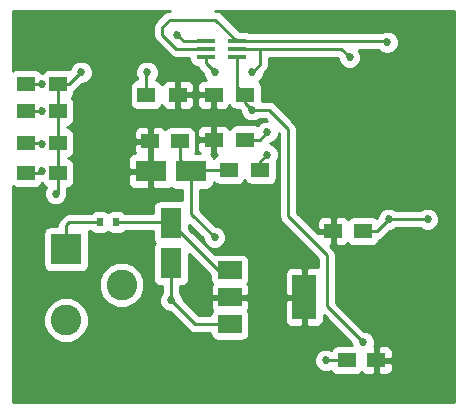
<source format=gbr>
G04 #@! TF.FileFunction,Copper,L2,Bot,Signal*
%FSLAX46Y46*%
G04 Gerber Fmt 4.6, Leading zero omitted, Abs format (unit mm)*
G04 Created by KiCad (PCBNEW 4.0.6+dfsg1-1) date Sun Oct 29 21:06:04 2017*
%MOMM*%
%LPD*%
G01*
G04 APERTURE LIST*
%ADD10C,0.100000*%
%ADD11R,1.500000X1.250000*%
%ADD12R,2.600000X1.800000*%
%ADD13R,1.800000X2.600000*%
%ADD14R,0.600000X0.700000*%
%ADD15R,2.600000X2.600000*%
%ADD16C,2.600000*%
%ADD17R,1.500000X1.300000*%
%ADD18R,1.500000X0.400000*%
%ADD19R,2.000000X3.800000*%
%ADD20R,2.000000X1.500000*%
%ADD21C,0.685800*%
%ADD22C,0.254000*%
G04 APERTURE END LIST*
D10*
D11*
X184511000Y-137414000D03*
X182011000Y-137414000D03*
X180868000Y-126492000D03*
X183368000Y-126492000D03*
D12*
X165432000Y-121412000D03*
X168832000Y-121412000D03*
D11*
X165374000Y-118872000D03*
X167874000Y-118872000D03*
D13*
X167132000Y-125808000D03*
X167132000Y-129208000D03*
D14*
X161098000Y-125730000D03*
X162498000Y-125730000D03*
D15*
X158242000Y-128016000D03*
D16*
X158242000Y-134016000D03*
X162942000Y-131016000D03*
D17*
X165020000Y-114935000D03*
X167720000Y-114935000D03*
X173435000Y-114935000D03*
X170735000Y-114935000D03*
X173435000Y-118745000D03*
X170735000Y-118745000D03*
X154860000Y-118999000D03*
X157560000Y-118999000D03*
X154860000Y-121539000D03*
X157560000Y-121539000D03*
X154860000Y-116332000D03*
X157560000Y-116332000D03*
X154860000Y-114046000D03*
X157560000Y-114046000D03*
X174705000Y-121285000D03*
X172005000Y-121285000D03*
D18*
X172716500Y-110411500D03*
X172716500Y-111061500D03*
X172716500Y-111711500D03*
X170056500Y-111711500D03*
X170056500Y-111061500D03*
X170056500Y-110411500D03*
D19*
X178410000Y-132080000D03*
D20*
X172110000Y-132080000D03*
X172110000Y-129780000D03*
X172110000Y-134380000D03*
D21*
X176784000Y-136779000D03*
X183134000Y-128778000D03*
X159385000Y-123825000D03*
X159512000Y-110744000D03*
X187960000Y-118364000D03*
X180467000Y-135001000D03*
X182626000Y-132842000D03*
X184785000Y-123571000D03*
X157353000Y-123317000D03*
X180213000Y-137414000D03*
X185547000Y-125476000D03*
X188849000Y-125476000D03*
X159512000Y-113030000D03*
X167132000Y-132334000D03*
X170815000Y-127000000D03*
X167640000Y-109855000D03*
X156210000Y-121412000D03*
X156210000Y-119126000D03*
X156210000Y-116332000D03*
X156210000Y-114046000D03*
X185420000Y-110490000D03*
X173990000Y-113030000D03*
X170815000Y-113030000D03*
X182245000Y-111760000D03*
X183388000Y-135890000D03*
X173990000Y-116205000D03*
X165100000Y-113030000D03*
X175260000Y-118110000D03*
X175260000Y-120015000D03*
D22*
X157560000Y-118999000D02*
X157560000Y-116332000D01*
X157560000Y-118999000D02*
X157560000Y-121539000D01*
X157560000Y-121539000D02*
X157560000Y-123110000D01*
X157560000Y-123110000D02*
X157353000Y-123317000D01*
X167874000Y-118872000D02*
X167874000Y-120454000D01*
X167874000Y-120454000D02*
X168832000Y-121412000D01*
X182011000Y-137414000D02*
X180213000Y-137414000D01*
X188849000Y-125476000D02*
X185547000Y-125476000D01*
X184531000Y-126492000D02*
X185547000Y-125476000D01*
X184531000Y-126492000D02*
X183368000Y-126492000D01*
X157560000Y-114046000D02*
X158496000Y-114046000D01*
X158496000Y-114046000D02*
X159512000Y-113030000D01*
X157560000Y-114046000D02*
X157560000Y-116332000D01*
X172110000Y-134380000D02*
X169178000Y-134380000D01*
X167132000Y-132334000D02*
X167132000Y-129208000D01*
X169178000Y-134380000D02*
X167132000Y-132334000D01*
X183368000Y-126492000D02*
X184023000Y-126492000D01*
X168832000Y-121412000D02*
X168832000Y-125017000D01*
X168832000Y-125017000D02*
X170815000Y-127000000D01*
X172005000Y-121285000D02*
X168959000Y-121285000D01*
X168959000Y-121285000D02*
X168832000Y-121412000D01*
X170056500Y-110411500D02*
X168196500Y-110411500D01*
X168196500Y-110411500D02*
X167640000Y-109855000D01*
X172110000Y-129780000D02*
X171104000Y-129780000D01*
X171104000Y-129780000D02*
X167132000Y-125808000D01*
X162498000Y-125730000D02*
X167054000Y-125730000D01*
X167054000Y-125730000D02*
X167132000Y-125808000D01*
X158242000Y-128016000D02*
X158242000Y-125984000D01*
X158496000Y-125730000D02*
X161098000Y-125730000D01*
X158242000Y-125984000D02*
X158496000Y-125730000D01*
X156083000Y-121539000D02*
X154860000Y-121539000D01*
X156210000Y-121412000D02*
X156083000Y-121539000D01*
X156083000Y-118999000D02*
X154860000Y-118999000D01*
X156210000Y-119126000D02*
X156083000Y-118999000D01*
X156210000Y-116332000D02*
X154860000Y-116332000D01*
X156210000Y-114046000D02*
X154860000Y-114046000D01*
X170056500Y-111061500D02*
X167576500Y-111061500D01*
X170890000Y-108585000D02*
X172716500Y-110411500D01*
X167005000Y-108585000D02*
X170890000Y-108585000D01*
X166370000Y-109220000D02*
X167005000Y-108585000D01*
X166370000Y-109855000D02*
X166370000Y-109220000D01*
X167576500Y-111061500D02*
X166370000Y-109855000D01*
X185420000Y-110490000D02*
X185341500Y-110411500D01*
X185341500Y-110411500D02*
X172716500Y-110411500D01*
X170056500Y-111711500D02*
X170056500Y-112271500D01*
X174625000Y-112395000D02*
X174625000Y-111061500D01*
X173990000Y-113030000D02*
X174625000Y-112395000D01*
X170056500Y-112271500D02*
X170815000Y-113030000D01*
X181546500Y-111061500D02*
X172716500Y-111061500D01*
X182245000Y-111760000D02*
X181546500Y-111061500D01*
X174625000Y-111061500D02*
X174625000Y-111125000D01*
X174625000Y-111125000D02*
X174625000Y-111061500D01*
X174625000Y-111061500D02*
X172716500Y-111061500D01*
X175387000Y-116205000D02*
X173990000Y-116205000D01*
X177038000Y-117856000D02*
X175387000Y-116205000D01*
X177038000Y-125222000D02*
X177038000Y-117856000D01*
X180340000Y-128524000D02*
X177038000Y-125222000D01*
X180340000Y-132842000D02*
X180340000Y-128524000D01*
X183388000Y-135890000D02*
X180340000Y-132842000D01*
X173435000Y-115650000D02*
X173435000Y-114935000D01*
X173990000Y-116205000D02*
X173435000Y-115650000D01*
X172716500Y-111711500D02*
X172716500Y-114216500D01*
X172716500Y-114216500D02*
X173435000Y-114935000D01*
X165020000Y-113110000D02*
X165020000Y-114935000D01*
X165100000Y-113030000D02*
X165020000Y-113110000D01*
X174625000Y-118745000D02*
X173435000Y-118745000D01*
X175260000Y-118110000D02*
X174625000Y-118745000D01*
X174705000Y-121285000D02*
X174705000Y-120570000D01*
X174705000Y-120570000D02*
X175260000Y-120015000D01*
G36*
X166713395Y-107881004D02*
X166614377Y-107947166D01*
X166466185Y-108046184D01*
X165831185Y-108681185D01*
X165666004Y-108928395D01*
X165608000Y-109220000D01*
X165608000Y-109855000D01*
X165666004Y-110146605D01*
X165766052Y-110296337D01*
X165831185Y-110393815D01*
X167037685Y-111600316D01*
X167132719Y-111663815D01*
X167284895Y-111765496D01*
X167576500Y-111823500D01*
X168659060Y-111823500D01*
X168659060Y-111911500D01*
X168703338Y-112146817D01*
X168842410Y-112362941D01*
X169054610Y-112507931D01*
X169306500Y-112558940D01*
X169351676Y-112558940D01*
X169352504Y-112563105D01*
X169506007Y-112792838D01*
X169517685Y-112810315D01*
X169837013Y-113129643D01*
X169836931Y-113223663D01*
X169985493Y-113583212D01*
X170052165Y-113650000D01*
X169858691Y-113650000D01*
X169625302Y-113746673D01*
X169446673Y-113925301D01*
X169350000Y-114158690D01*
X169350000Y-114649250D01*
X169508750Y-114808000D01*
X170608000Y-114808000D01*
X170608000Y-114788000D01*
X170862000Y-114788000D01*
X170862000Y-114808000D01*
X170882000Y-114808000D01*
X170882000Y-115062000D01*
X170862000Y-115062000D01*
X170862000Y-116061250D01*
X171020750Y-116220000D01*
X171611309Y-116220000D01*
X171844698Y-116123327D01*
X172023327Y-115944699D01*
X172079654Y-115808713D01*
X172081838Y-115820317D01*
X172220910Y-116036441D01*
X172433110Y-116181431D01*
X172685000Y-116232440D01*
X172939810Y-116232440D01*
X173012013Y-116304643D01*
X173011931Y-116398663D01*
X173160493Y-116758212D01*
X173435341Y-117033540D01*
X173794630Y-117182730D01*
X174183663Y-117183069D01*
X174543212Y-117034507D01*
X174610837Y-116967000D01*
X175071370Y-116967000D01*
X175236449Y-117132079D01*
X175066337Y-117131931D01*
X174706788Y-117280493D01*
X174467429Y-117519435D01*
X174436890Y-117498569D01*
X174185000Y-117447560D01*
X172685000Y-117447560D01*
X172449683Y-117491838D01*
X172233559Y-117630910D01*
X172088569Y-117843110D01*
X172081809Y-117876490D01*
X172023327Y-117735301D01*
X171844698Y-117556673D01*
X171611309Y-117460000D01*
X171020750Y-117460000D01*
X170862000Y-117618750D01*
X170862000Y-118618000D01*
X170882000Y-118618000D01*
X170882000Y-118872000D01*
X170862000Y-118872000D01*
X170862000Y-119871250D01*
X171020750Y-120030000D01*
X171029451Y-120030000D01*
X171019683Y-120031838D01*
X170803559Y-120170910D01*
X170733283Y-120273763D01*
X170596090Y-120060559D01*
X170490701Y-119988549D01*
X170608000Y-119871250D01*
X170608000Y-118872000D01*
X169508750Y-118872000D01*
X169350000Y-119030750D01*
X169350000Y-119521310D01*
X169446673Y-119754699D01*
X169556535Y-119864560D01*
X169141397Y-119864560D01*
X169220431Y-119748890D01*
X169271440Y-119497000D01*
X169271440Y-118247000D01*
X169227162Y-118011683D01*
X169199497Y-117968690D01*
X169350000Y-117968690D01*
X169350000Y-118459250D01*
X169508750Y-118618000D01*
X170608000Y-118618000D01*
X170608000Y-117618750D01*
X170449250Y-117460000D01*
X169858691Y-117460000D01*
X169625302Y-117556673D01*
X169446673Y-117735301D01*
X169350000Y-117968690D01*
X169199497Y-117968690D01*
X169088090Y-117795559D01*
X168875890Y-117650569D01*
X168624000Y-117599560D01*
X167124000Y-117599560D01*
X166888683Y-117643838D01*
X166672559Y-117782910D01*
X166626031Y-117851006D01*
X166483698Y-117708673D01*
X166250309Y-117612000D01*
X165659750Y-117612000D01*
X165501000Y-117770750D01*
X165501000Y-118745000D01*
X165521000Y-118745000D01*
X165521000Y-118999000D01*
X165501000Y-118999000D01*
X165501000Y-119973250D01*
X165561250Y-120033500D01*
X165559000Y-120035750D01*
X165559000Y-121285000D01*
X165579000Y-121285000D01*
X165579000Y-121539000D01*
X165559000Y-121539000D01*
X165559000Y-122788250D01*
X165717750Y-122947000D01*
X166858309Y-122947000D01*
X167091698Y-122850327D01*
X167133660Y-122808366D01*
X167280110Y-122908431D01*
X167532000Y-122959440D01*
X168070000Y-122959440D01*
X168070000Y-123868255D01*
X168032000Y-123860560D01*
X166232000Y-123860560D01*
X165996683Y-123904838D01*
X165780559Y-124043910D01*
X165635569Y-124256110D01*
X165584560Y-124508000D01*
X165584560Y-124968000D01*
X163287470Y-124968000D01*
X163262090Y-124928559D01*
X163049890Y-124783569D01*
X162798000Y-124732560D01*
X162198000Y-124732560D01*
X161962683Y-124776838D01*
X161796523Y-124883759D01*
X161649890Y-124783569D01*
X161398000Y-124732560D01*
X160798000Y-124732560D01*
X160562683Y-124776838D01*
X160346559Y-124915910D01*
X160310967Y-124968000D01*
X158496000Y-124968000D01*
X158204395Y-125026004D01*
X157957184Y-125191185D01*
X157703185Y-125445185D01*
X157538004Y-125692395D01*
X157480000Y-125984000D01*
X157480000Y-126068560D01*
X156942000Y-126068560D01*
X156706683Y-126112838D01*
X156490559Y-126251910D01*
X156345569Y-126464110D01*
X156294560Y-126716000D01*
X156294560Y-129316000D01*
X156338838Y-129551317D01*
X156477910Y-129767441D01*
X156690110Y-129912431D01*
X156942000Y-129963440D01*
X159542000Y-129963440D01*
X159777317Y-129919162D01*
X159993441Y-129780090D01*
X160138431Y-129567890D01*
X160189440Y-129316000D01*
X160189440Y-126716000D01*
X160147291Y-126492000D01*
X160308530Y-126492000D01*
X160333910Y-126531441D01*
X160546110Y-126676431D01*
X160798000Y-126727440D01*
X161398000Y-126727440D01*
X161633317Y-126683162D01*
X161799477Y-126576241D01*
X161946110Y-126676431D01*
X162198000Y-126727440D01*
X162798000Y-126727440D01*
X163033317Y-126683162D01*
X163249441Y-126544090D01*
X163285033Y-126492000D01*
X165584560Y-126492000D01*
X165584560Y-127108000D01*
X165628838Y-127343317D01*
X165735759Y-127509477D01*
X165635569Y-127656110D01*
X165584560Y-127908000D01*
X165584560Y-130508000D01*
X165628838Y-130743317D01*
X165767910Y-130959441D01*
X165980110Y-131104431D01*
X166232000Y-131155440D01*
X166370000Y-131155440D01*
X166370000Y-131712917D01*
X166303460Y-131779341D01*
X166154270Y-132138630D01*
X166153931Y-132527663D01*
X166302493Y-132887212D01*
X166577341Y-133162540D01*
X166936630Y-133311730D01*
X167032183Y-133311813D01*
X168639185Y-134918815D01*
X168886395Y-135083996D01*
X169178000Y-135142000D01*
X170464818Y-135142000D01*
X170506838Y-135365317D01*
X170645910Y-135581441D01*
X170858110Y-135726431D01*
X171110000Y-135777440D01*
X173110000Y-135777440D01*
X173345317Y-135733162D01*
X173561441Y-135594090D01*
X173706431Y-135381890D01*
X173757440Y-135130000D01*
X173757440Y-133630000D01*
X173713162Y-133394683D01*
X173607518Y-133230508D01*
X173648327Y-133189699D01*
X173745000Y-132956310D01*
X173745000Y-132365750D01*
X176775000Y-132365750D01*
X176775000Y-134106310D01*
X176871673Y-134339699D01*
X177050302Y-134518327D01*
X177283691Y-134615000D01*
X178124250Y-134615000D01*
X178283000Y-134456250D01*
X178283000Y-132207000D01*
X176933750Y-132207000D01*
X176775000Y-132365750D01*
X173745000Y-132365750D01*
X173586250Y-132207000D01*
X172237000Y-132207000D01*
X172237000Y-132227000D01*
X171983000Y-132227000D01*
X171983000Y-132207000D01*
X170633750Y-132207000D01*
X170475000Y-132365750D01*
X170475000Y-132956310D01*
X170571673Y-133189699D01*
X170613634Y-133231660D01*
X170513569Y-133378110D01*
X170464990Y-133618000D01*
X169493630Y-133618000D01*
X168109987Y-132234357D01*
X168110069Y-132140337D01*
X167961507Y-131780788D01*
X167894000Y-131713163D01*
X167894000Y-131155440D01*
X168032000Y-131155440D01*
X168267317Y-131111162D01*
X168483441Y-130972090D01*
X168628431Y-130759890D01*
X168679440Y-130508000D01*
X168679440Y-128433071D01*
X170462560Y-130216191D01*
X170462560Y-130530000D01*
X170506838Y-130765317D01*
X170612482Y-130929492D01*
X170571673Y-130970301D01*
X170475000Y-131203690D01*
X170475000Y-131794250D01*
X170633750Y-131953000D01*
X171983000Y-131953000D01*
X171983000Y-131933000D01*
X172237000Y-131933000D01*
X172237000Y-131953000D01*
X173586250Y-131953000D01*
X173745000Y-131794250D01*
X173745000Y-131203690D01*
X173648327Y-130970301D01*
X173606366Y-130928340D01*
X173706431Y-130781890D01*
X173757440Y-130530000D01*
X173757440Y-130053690D01*
X176775000Y-130053690D01*
X176775000Y-131794250D01*
X176933750Y-131953000D01*
X178283000Y-131953000D01*
X178283000Y-129703750D01*
X178124250Y-129545000D01*
X177283691Y-129545000D01*
X177050302Y-129641673D01*
X176871673Y-129820301D01*
X176775000Y-130053690D01*
X173757440Y-130053690D01*
X173757440Y-129030000D01*
X173713162Y-128794683D01*
X173574090Y-128578559D01*
X173361890Y-128433569D01*
X173110000Y-128382560D01*
X171110000Y-128382560D01*
X170874683Y-128426838D01*
X170846563Y-128444933D01*
X168679440Y-126277810D01*
X168679440Y-125942070D01*
X169837013Y-127099644D01*
X169836931Y-127193663D01*
X169985493Y-127553212D01*
X170260341Y-127828540D01*
X170619630Y-127977730D01*
X171008663Y-127978069D01*
X171368212Y-127829507D01*
X171643540Y-127554659D01*
X171792730Y-127195370D01*
X171793069Y-126806337D01*
X171644507Y-126446788D01*
X171369659Y-126171460D01*
X171010370Y-126022270D01*
X170914818Y-126022187D01*
X169594000Y-124701370D01*
X169594000Y-122959440D01*
X170132000Y-122959440D01*
X170367317Y-122915162D01*
X170583441Y-122776090D01*
X170728431Y-122563890D01*
X170770719Y-122355064D01*
X170790910Y-122386441D01*
X171003110Y-122531431D01*
X171255000Y-122582440D01*
X172755000Y-122582440D01*
X172990317Y-122538162D01*
X173206441Y-122399090D01*
X173351431Y-122186890D01*
X173354081Y-122173803D01*
X173490910Y-122386441D01*
X173703110Y-122531431D01*
X173955000Y-122582440D01*
X175455000Y-122582440D01*
X175690317Y-122538162D01*
X175906441Y-122399090D01*
X176051431Y-122186890D01*
X176102440Y-121935000D01*
X176102440Y-120635000D01*
X176089645Y-120566999D01*
X176237730Y-120210370D01*
X176238069Y-119821337D01*
X176089507Y-119461788D01*
X175814659Y-119186460D01*
X175515838Y-119062379D01*
X175813212Y-118939507D01*
X176088540Y-118664659D01*
X176237730Y-118305370D01*
X176237880Y-118133511D01*
X176276000Y-118171631D01*
X176276000Y-125222000D01*
X176334004Y-125513605D01*
X176438279Y-125669663D01*
X176499185Y-125760815D01*
X179578000Y-128839630D01*
X179578000Y-129562269D01*
X179536309Y-129545000D01*
X178695750Y-129545000D01*
X178537000Y-129703750D01*
X178537000Y-131953000D01*
X178557000Y-131953000D01*
X178557000Y-132207000D01*
X178537000Y-132207000D01*
X178537000Y-134456250D01*
X178695750Y-134615000D01*
X179536309Y-134615000D01*
X179769698Y-134518327D01*
X179948327Y-134339699D01*
X180045000Y-134106310D01*
X180045000Y-133624630D01*
X182410013Y-135989643D01*
X182409931Y-136083663D01*
X182433853Y-136141560D01*
X181261000Y-136141560D01*
X181025683Y-136185838D01*
X180809559Y-136324910D01*
X180664569Y-136537110D01*
X180663534Y-136542223D01*
X180408370Y-136436270D01*
X180019337Y-136435931D01*
X179659788Y-136584493D01*
X179384460Y-136859341D01*
X179235270Y-137218630D01*
X179234931Y-137607663D01*
X179383493Y-137967212D01*
X179658341Y-138242540D01*
X180017630Y-138391730D01*
X180406663Y-138392069D01*
X180664939Y-138285352D01*
X180796910Y-138490441D01*
X181009110Y-138635431D01*
X181261000Y-138686440D01*
X182761000Y-138686440D01*
X182996317Y-138642162D01*
X183212441Y-138503090D01*
X183258969Y-138434994D01*
X183401302Y-138577327D01*
X183634691Y-138674000D01*
X184225250Y-138674000D01*
X184384000Y-138515250D01*
X184384000Y-137541000D01*
X184638000Y-137541000D01*
X184638000Y-138515250D01*
X184796750Y-138674000D01*
X185387309Y-138674000D01*
X185620698Y-138577327D01*
X185799327Y-138398699D01*
X185896000Y-138165310D01*
X185896000Y-137699750D01*
X185737250Y-137541000D01*
X184638000Y-137541000D01*
X184384000Y-137541000D01*
X184364000Y-137541000D01*
X184364000Y-137287000D01*
X184384000Y-137287000D01*
X184384000Y-136312750D01*
X184638000Y-136312750D01*
X184638000Y-137287000D01*
X185737250Y-137287000D01*
X185896000Y-137128250D01*
X185896000Y-136662690D01*
X185799327Y-136429301D01*
X185620698Y-136250673D01*
X185387309Y-136154000D01*
X184796750Y-136154000D01*
X184638000Y-136312750D01*
X184384000Y-136312750D01*
X184304376Y-136233126D01*
X184365730Y-136085370D01*
X184366069Y-135696337D01*
X184217507Y-135336788D01*
X183942659Y-135061460D01*
X183583370Y-134912270D01*
X183487817Y-134912187D01*
X181102000Y-132526370D01*
X181102000Y-128524000D01*
X181043996Y-128232395D01*
X180878815Y-127985185D01*
X180613940Y-127720310D01*
X180741000Y-127593250D01*
X180741000Y-126619000D01*
X179641750Y-126619000D01*
X179577190Y-126683560D01*
X178634320Y-125740690D01*
X179483000Y-125740690D01*
X179483000Y-126206250D01*
X179641750Y-126365000D01*
X180741000Y-126365000D01*
X180741000Y-125390750D01*
X180995000Y-125390750D01*
X180995000Y-126365000D01*
X181015000Y-126365000D01*
X181015000Y-126619000D01*
X180995000Y-126619000D01*
X180995000Y-127593250D01*
X181153750Y-127752000D01*
X181744309Y-127752000D01*
X181977698Y-127655327D01*
X182118936Y-127514090D01*
X182153910Y-127568441D01*
X182366110Y-127713431D01*
X182618000Y-127764440D01*
X184118000Y-127764440D01*
X184353317Y-127720162D01*
X184569441Y-127581090D01*
X184714431Y-127368890D01*
X184746372Y-127211160D01*
X184822605Y-127195996D01*
X185069815Y-127030815D01*
X185646643Y-126453987D01*
X185740663Y-126454069D01*
X186100212Y-126305507D01*
X186167837Y-126238000D01*
X188227917Y-126238000D01*
X188294341Y-126304540D01*
X188653630Y-126453730D01*
X189042663Y-126454069D01*
X189402212Y-126305507D01*
X189677540Y-126030659D01*
X189826730Y-125671370D01*
X189827069Y-125282337D01*
X189678507Y-124922788D01*
X189403659Y-124647460D01*
X189044370Y-124498270D01*
X188655337Y-124497931D01*
X188295788Y-124646493D01*
X188228163Y-124714000D01*
X186168083Y-124714000D01*
X186101659Y-124647460D01*
X185742370Y-124498270D01*
X185353337Y-124497931D01*
X184993788Y-124646493D01*
X184718460Y-124921341D01*
X184569270Y-125280630D01*
X184569187Y-125376183D01*
X184551032Y-125394338D01*
X184369890Y-125270569D01*
X184118000Y-125219560D01*
X182618000Y-125219560D01*
X182382683Y-125263838D01*
X182166559Y-125402910D01*
X182120031Y-125471006D01*
X181977698Y-125328673D01*
X181744309Y-125232000D01*
X181153750Y-125232000D01*
X180995000Y-125390750D01*
X180741000Y-125390750D01*
X180582250Y-125232000D01*
X179991691Y-125232000D01*
X179758302Y-125328673D01*
X179579673Y-125507301D01*
X179483000Y-125740690D01*
X178634320Y-125740690D01*
X177800000Y-124906370D01*
X177800000Y-117856000D01*
X177787978Y-117795559D01*
X177741997Y-117564396D01*
X177576816Y-117317185D01*
X175925815Y-115666185D01*
X175902103Y-115650341D01*
X175678605Y-115501004D01*
X175387000Y-115443000D01*
X174832440Y-115443000D01*
X174832440Y-114285000D01*
X174788162Y-114049683D01*
X174649090Y-113833559D01*
X174601666Y-113801155D01*
X174818540Y-113584659D01*
X174967730Y-113225370D01*
X174967813Y-113129817D01*
X175163816Y-112933815D01*
X175294390Y-112738396D01*
X175328996Y-112686605D01*
X175387000Y-112395000D01*
X175387000Y-111823500D01*
X181230870Y-111823500D01*
X181267013Y-111859643D01*
X181266931Y-111953663D01*
X181415493Y-112313212D01*
X181690341Y-112588540D01*
X182049630Y-112737730D01*
X182438663Y-112738069D01*
X182798212Y-112589507D01*
X183073540Y-112314659D01*
X183222730Y-111955370D01*
X183223069Y-111566337D01*
X183074507Y-111206788D01*
X183041277Y-111173500D01*
X184720554Y-111173500D01*
X184865341Y-111318540D01*
X185224630Y-111467730D01*
X185613663Y-111468069D01*
X185973212Y-111319507D01*
X186248540Y-111044659D01*
X186397730Y-110685370D01*
X186398069Y-110296337D01*
X186249507Y-109936788D01*
X185974659Y-109661460D01*
X185615370Y-109512270D01*
X185226337Y-109511931D01*
X184893393Y-109649500D01*
X173768781Y-109649500D01*
X173718390Y-109615069D01*
X173466500Y-109564060D01*
X172946690Y-109564060D01*
X171428814Y-108046184D01*
X171181605Y-107881004D01*
X170890000Y-107823000D01*
X191085000Y-107823000D01*
X191085000Y-140920000D01*
X153720000Y-140920000D01*
X153720000Y-134399207D01*
X156306665Y-134399207D01*
X156600630Y-135110658D01*
X157144479Y-135655457D01*
X157855416Y-135950663D01*
X158625207Y-135951335D01*
X159336658Y-135657370D01*
X159881457Y-135113521D01*
X160176663Y-134402584D01*
X160177335Y-133632793D01*
X159883370Y-132921342D01*
X159339521Y-132376543D01*
X158628584Y-132081337D01*
X157858793Y-132080665D01*
X157147342Y-132374630D01*
X156602543Y-132918479D01*
X156307337Y-133629416D01*
X156306665Y-134399207D01*
X153720000Y-134399207D01*
X153720000Y-131399207D01*
X161006665Y-131399207D01*
X161300630Y-132110658D01*
X161844479Y-132655457D01*
X162555416Y-132950663D01*
X163325207Y-132951335D01*
X164036658Y-132657370D01*
X164581457Y-132113521D01*
X164876663Y-131402584D01*
X164877335Y-130632793D01*
X164583370Y-129921342D01*
X164039521Y-129376543D01*
X163328584Y-129081337D01*
X162558793Y-129080665D01*
X161847342Y-129374630D01*
X161302543Y-129918479D01*
X161007337Y-130629416D01*
X161006665Y-131399207D01*
X153720000Y-131399207D01*
X153720000Y-122691065D01*
X153858110Y-122785431D01*
X154110000Y-122836440D01*
X155610000Y-122836440D01*
X155845317Y-122792162D01*
X156061441Y-122653090D01*
X156206431Y-122440890D01*
X156209081Y-122427803D01*
X156345910Y-122640441D01*
X156524428Y-122762417D01*
X156375270Y-123121630D01*
X156374931Y-123510663D01*
X156523493Y-123870212D01*
X156798341Y-124145540D01*
X157157630Y-124294730D01*
X157546663Y-124295069D01*
X157906212Y-124146507D01*
X158181540Y-123871659D01*
X158330730Y-123512370D01*
X158331069Y-123123337D01*
X158322000Y-123101388D01*
X158322000Y-122834182D01*
X158545317Y-122792162D01*
X158761441Y-122653090D01*
X158906431Y-122440890D01*
X158957440Y-122189000D01*
X158957440Y-121697750D01*
X163497000Y-121697750D01*
X163497000Y-122438310D01*
X163593673Y-122671699D01*
X163772302Y-122850327D01*
X164005691Y-122947000D01*
X165146250Y-122947000D01*
X165305000Y-122788250D01*
X165305000Y-121539000D01*
X163655750Y-121539000D01*
X163497000Y-121697750D01*
X158957440Y-121697750D01*
X158957440Y-120889000D01*
X158913162Y-120653683D01*
X158774090Y-120437559D01*
X158698178Y-120385690D01*
X163497000Y-120385690D01*
X163497000Y-121126250D01*
X163655750Y-121285000D01*
X165305000Y-121285000D01*
X165305000Y-120035750D01*
X165244750Y-119975500D01*
X165247000Y-119973250D01*
X165247000Y-118999000D01*
X164147750Y-118999000D01*
X163989000Y-119157750D01*
X163989000Y-119623310D01*
X164085673Y-119856699D01*
X164105974Y-119877000D01*
X164005691Y-119877000D01*
X163772302Y-119973673D01*
X163593673Y-120152301D01*
X163497000Y-120385690D01*
X158698178Y-120385690D01*
X158561890Y-120292569D01*
X158450477Y-120270007D01*
X158545317Y-120252162D01*
X158761441Y-120113090D01*
X158906431Y-119900890D01*
X158957440Y-119649000D01*
X158957440Y-118349000D01*
X158914481Y-118120690D01*
X163989000Y-118120690D01*
X163989000Y-118586250D01*
X164147750Y-118745000D01*
X165247000Y-118745000D01*
X165247000Y-117770750D01*
X165088250Y-117612000D01*
X164497691Y-117612000D01*
X164264302Y-117708673D01*
X164085673Y-117887301D01*
X163989000Y-118120690D01*
X158914481Y-118120690D01*
X158913162Y-118113683D01*
X158774090Y-117897559D01*
X158561890Y-117752569D01*
X158322000Y-117703990D01*
X158322000Y-117627182D01*
X158545317Y-117585162D01*
X158761441Y-117446090D01*
X158906431Y-117233890D01*
X158957440Y-116982000D01*
X158957440Y-115682000D01*
X158913162Y-115446683D01*
X158774090Y-115230559D01*
X158714841Y-115190076D01*
X158761441Y-115160090D01*
X158906431Y-114947890D01*
X158957440Y-114696000D01*
X158957440Y-114636515D01*
X159034815Y-114584815D01*
X159334630Y-114285000D01*
X163622560Y-114285000D01*
X163622560Y-115585000D01*
X163666838Y-115820317D01*
X163805910Y-116036441D01*
X164018110Y-116181431D01*
X164270000Y-116232440D01*
X165770000Y-116232440D01*
X166005317Y-116188162D01*
X166221441Y-116049090D01*
X166366431Y-115836890D01*
X166373191Y-115803510D01*
X166431673Y-115944699D01*
X166610302Y-116123327D01*
X166843691Y-116220000D01*
X167434250Y-116220000D01*
X167593000Y-116061250D01*
X167593000Y-115062000D01*
X167847000Y-115062000D01*
X167847000Y-116061250D01*
X168005750Y-116220000D01*
X168596309Y-116220000D01*
X168829698Y-116123327D01*
X169008327Y-115944699D01*
X169105000Y-115711310D01*
X169105000Y-115220750D01*
X169350000Y-115220750D01*
X169350000Y-115711310D01*
X169446673Y-115944699D01*
X169625302Y-116123327D01*
X169858691Y-116220000D01*
X170449250Y-116220000D01*
X170608000Y-116061250D01*
X170608000Y-115062000D01*
X169508750Y-115062000D01*
X169350000Y-115220750D01*
X169105000Y-115220750D01*
X168946250Y-115062000D01*
X167847000Y-115062000D01*
X167593000Y-115062000D01*
X167573000Y-115062000D01*
X167573000Y-114808000D01*
X167593000Y-114808000D01*
X167593000Y-113808750D01*
X167847000Y-113808750D01*
X167847000Y-114808000D01*
X168946250Y-114808000D01*
X169105000Y-114649250D01*
X169105000Y-114158690D01*
X169008327Y-113925301D01*
X168829698Y-113746673D01*
X168596309Y-113650000D01*
X168005750Y-113650000D01*
X167847000Y-113808750D01*
X167593000Y-113808750D01*
X167434250Y-113650000D01*
X166843691Y-113650000D01*
X166610302Y-113746673D01*
X166431673Y-113925301D01*
X166375346Y-114061287D01*
X166373162Y-114049683D01*
X166234090Y-113833559D01*
X166021890Y-113688569D01*
X165857746Y-113655329D01*
X165928540Y-113584659D01*
X166077730Y-113225370D01*
X166078069Y-112836337D01*
X165929507Y-112476788D01*
X165654659Y-112201460D01*
X165295370Y-112052270D01*
X164906337Y-112051931D01*
X164546788Y-112200493D01*
X164271460Y-112475341D01*
X164122270Y-112834630D01*
X164121931Y-113223663D01*
X164258000Y-113552977D01*
X164258000Y-113639818D01*
X164034683Y-113681838D01*
X163818559Y-113820910D01*
X163673569Y-114033110D01*
X163622560Y-114285000D01*
X159334630Y-114285000D01*
X159611643Y-114007987D01*
X159705663Y-114008069D01*
X160065212Y-113859507D01*
X160340540Y-113584659D01*
X160489730Y-113225370D01*
X160490069Y-112836337D01*
X160341507Y-112476788D01*
X160066659Y-112201460D01*
X159707370Y-112052270D01*
X159318337Y-112051931D01*
X158958788Y-112200493D01*
X158683460Y-112475341D01*
X158549842Y-112797129D01*
X158310000Y-112748560D01*
X156810000Y-112748560D01*
X156574683Y-112792838D01*
X156358559Y-112931910D01*
X156265472Y-113068148D01*
X156153555Y-113068051D01*
X156074090Y-112944559D01*
X155861890Y-112799569D01*
X155610000Y-112748560D01*
X154110000Y-112748560D01*
X153874683Y-112792838D01*
X153720000Y-112892374D01*
X153720000Y-107823000D01*
X167005000Y-107823000D01*
X166713395Y-107881004D01*
X166713395Y-107881004D01*
G37*
X166713395Y-107881004D02*
X166614377Y-107947166D01*
X166466185Y-108046184D01*
X165831185Y-108681185D01*
X165666004Y-108928395D01*
X165608000Y-109220000D01*
X165608000Y-109855000D01*
X165666004Y-110146605D01*
X165766052Y-110296337D01*
X165831185Y-110393815D01*
X167037685Y-111600316D01*
X167132719Y-111663815D01*
X167284895Y-111765496D01*
X167576500Y-111823500D01*
X168659060Y-111823500D01*
X168659060Y-111911500D01*
X168703338Y-112146817D01*
X168842410Y-112362941D01*
X169054610Y-112507931D01*
X169306500Y-112558940D01*
X169351676Y-112558940D01*
X169352504Y-112563105D01*
X169506007Y-112792838D01*
X169517685Y-112810315D01*
X169837013Y-113129643D01*
X169836931Y-113223663D01*
X169985493Y-113583212D01*
X170052165Y-113650000D01*
X169858691Y-113650000D01*
X169625302Y-113746673D01*
X169446673Y-113925301D01*
X169350000Y-114158690D01*
X169350000Y-114649250D01*
X169508750Y-114808000D01*
X170608000Y-114808000D01*
X170608000Y-114788000D01*
X170862000Y-114788000D01*
X170862000Y-114808000D01*
X170882000Y-114808000D01*
X170882000Y-115062000D01*
X170862000Y-115062000D01*
X170862000Y-116061250D01*
X171020750Y-116220000D01*
X171611309Y-116220000D01*
X171844698Y-116123327D01*
X172023327Y-115944699D01*
X172079654Y-115808713D01*
X172081838Y-115820317D01*
X172220910Y-116036441D01*
X172433110Y-116181431D01*
X172685000Y-116232440D01*
X172939810Y-116232440D01*
X173012013Y-116304643D01*
X173011931Y-116398663D01*
X173160493Y-116758212D01*
X173435341Y-117033540D01*
X173794630Y-117182730D01*
X174183663Y-117183069D01*
X174543212Y-117034507D01*
X174610837Y-116967000D01*
X175071370Y-116967000D01*
X175236449Y-117132079D01*
X175066337Y-117131931D01*
X174706788Y-117280493D01*
X174467429Y-117519435D01*
X174436890Y-117498569D01*
X174185000Y-117447560D01*
X172685000Y-117447560D01*
X172449683Y-117491838D01*
X172233559Y-117630910D01*
X172088569Y-117843110D01*
X172081809Y-117876490D01*
X172023327Y-117735301D01*
X171844698Y-117556673D01*
X171611309Y-117460000D01*
X171020750Y-117460000D01*
X170862000Y-117618750D01*
X170862000Y-118618000D01*
X170882000Y-118618000D01*
X170882000Y-118872000D01*
X170862000Y-118872000D01*
X170862000Y-119871250D01*
X171020750Y-120030000D01*
X171029451Y-120030000D01*
X171019683Y-120031838D01*
X170803559Y-120170910D01*
X170733283Y-120273763D01*
X170596090Y-120060559D01*
X170490701Y-119988549D01*
X170608000Y-119871250D01*
X170608000Y-118872000D01*
X169508750Y-118872000D01*
X169350000Y-119030750D01*
X169350000Y-119521310D01*
X169446673Y-119754699D01*
X169556535Y-119864560D01*
X169141397Y-119864560D01*
X169220431Y-119748890D01*
X169271440Y-119497000D01*
X169271440Y-118247000D01*
X169227162Y-118011683D01*
X169199497Y-117968690D01*
X169350000Y-117968690D01*
X169350000Y-118459250D01*
X169508750Y-118618000D01*
X170608000Y-118618000D01*
X170608000Y-117618750D01*
X170449250Y-117460000D01*
X169858691Y-117460000D01*
X169625302Y-117556673D01*
X169446673Y-117735301D01*
X169350000Y-117968690D01*
X169199497Y-117968690D01*
X169088090Y-117795559D01*
X168875890Y-117650569D01*
X168624000Y-117599560D01*
X167124000Y-117599560D01*
X166888683Y-117643838D01*
X166672559Y-117782910D01*
X166626031Y-117851006D01*
X166483698Y-117708673D01*
X166250309Y-117612000D01*
X165659750Y-117612000D01*
X165501000Y-117770750D01*
X165501000Y-118745000D01*
X165521000Y-118745000D01*
X165521000Y-118999000D01*
X165501000Y-118999000D01*
X165501000Y-119973250D01*
X165561250Y-120033500D01*
X165559000Y-120035750D01*
X165559000Y-121285000D01*
X165579000Y-121285000D01*
X165579000Y-121539000D01*
X165559000Y-121539000D01*
X165559000Y-122788250D01*
X165717750Y-122947000D01*
X166858309Y-122947000D01*
X167091698Y-122850327D01*
X167133660Y-122808366D01*
X167280110Y-122908431D01*
X167532000Y-122959440D01*
X168070000Y-122959440D01*
X168070000Y-123868255D01*
X168032000Y-123860560D01*
X166232000Y-123860560D01*
X165996683Y-123904838D01*
X165780559Y-124043910D01*
X165635569Y-124256110D01*
X165584560Y-124508000D01*
X165584560Y-124968000D01*
X163287470Y-124968000D01*
X163262090Y-124928559D01*
X163049890Y-124783569D01*
X162798000Y-124732560D01*
X162198000Y-124732560D01*
X161962683Y-124776838D01*
X161796523Y-124883759D01*
X161649890Y-124783569D01*
X161398000Y-124732560D01*
X160798000Y-124732560D01*
X160562683Y-124776838D01*
X160346559Y-124915910D01*
X160310967Y-124968000D01*
X158496000Y-124968000D01*
X158204395Y-125026004D01*
X157957184Y-125191185D01*
X157703185Y-125445185D01*
X157538004Y-125692395D01*
X157480000Y-125984000D01*
X157480000Y-126068560D01*
X156942000Y-126068560D01*
X156706683Y-126112838D01*
X156490559Y-126251910D01*
X156345569Y-126464110D01*
X156294560Y-126716000D01*
X156294560Y-129316000D01*
X156338838Y-129551317D01*
X156477910Y-129767441D01*
X156690110Y-129912431D01*
X156942000Y-129963440D01*
X159542000Y-129963440D01*
X159777317Y-129919162D01*
X159993441Y-129780090D01*
X160138431Y-129567890D01*
X160189440Y-129316000D01*
X160189440Y-126716000D01*
X160147291Y-126492000D01*
X160308530Y-126492000D01*
X160333910Y-126531441D01*
X160546110Y-126676431D01*
X160798000Y-126727440D01*
X161398000Y-126727440D01*
X161633317Y-126683162D01*
X161799477Y-126576241D01*
X161946110Y-126676431D01*
X162198000Y-126727440D01*
X162798000Y-126727440D01*
X163033317Y-126683162D01*
X163249441Y-126544090D01*
X163285033Y-126492000D01*
X165584560Y-126492000D01*
X165584560Y-127108000D01*
X165628838Y-127343317D01*
X165735759Y-127509477D01*
X165635569Y-127656110D01*
X165584560Y-127908000D01*
X165584560Y-130508000D01*
X165628838Y-130743317D01*
X165767910Y-130959441D01*
X165980110Y-131104431D01*
X166232000Y-131155440D01*
X166370000Y-131155440D01*
X166370000Y-131712917D01*
X166303460Y-131779341D01*
X166154270Y-132138630D01*
X166153931Y-132527663D01*
X166302493Y-132887212D01*
X166577341Y-133162540D01*
X166936630Y-133311730D01*
X167032183Y-133311813D01*
X168639185Y-134918815D01*
X168886395Y-135083996D01*
X169178000Y-135142000D01*
X170464818Y-135142000D01*
X170506838Y-135365317D01*
X170645910Y-135581441D01*
X170858110Y-135726431D01*
X171110000Y-135777440D01*
X173110000Y-135777440D01*
X173345317Y-135733162D01*
X173561441Y-135594090D01*
X173706431Y-135381890D01*
X173757440Y-135130000D01*
X173757440Y-133630000D01*
X173713162Y-133394683D01*
X173607518Y-133230508D01*
X173648327Y-133189699D01*
X173745000Y-132956310D01*
X173745000Y-132365750D01*
X176775000Y-132365750D01*
X176775000Y-134106310D01*
X176871673Y-134339699D01*
X177050302Y-134518327D01*
X177283691Y-134615000D01*
X178124250Y-134615000D01*
X178283000Y-134456250D01*
X178283000Y-132207000D01*
X176933750Y-132207000D01*
X176775000Y-132365750D01*
X173745000Y-132365750D01*
X173586250Y-132207000D01*
X172237000Y-132207000D01*
X172237000Y-132227000D01*
X171983000Y-132227000D01*
X171983000Y-132207000D01*
X170633750Y-132207000D01*
X170475000Y-132365750D01*
X170475000Y-132956310D01*
X170571673Y-133189699D01*
X170613634Y-133231660D01*
X170513569Y-133378110D01*
X170464990Y-133618000D01*
X169493630Y-133618000D01*
X168109987Y-132234357D01*
X168110069Y-132140337D01*
X167961507Y-131780788D01*
X167894000Y-131713163D01*
X167894000Y-131155440D01*
X168032000Y-131155440D01*
X168267317Y-131111162D01*
X168483441Y-130972090D01*
X168628431Y-130759890D01*
X168679440Y-130508000D01*
X168679440Y-128433071D01*
X170462560Y-130216191D01*
X170462560Y-130530000D01*
X170506838Y-130765317D01*
X170612482Y-130929492D01*
X170571673Y-130970301D01*
X170475000Y-131203690D01*
X170475000Y-131794250D01*
X170633750Y-131953000D01*
X171983000Y-131953000D01*
X171983000Y-131933000D01*
X172237000Y-131933000D01*
X172237000Y-131953000D01*
X173586250Y-131953000D01*
X173745000Y-131794250D01*
X173745000Y-131203690D01*
X173648327Y-130970301D01*
X173606366Y-130928340D01*
X173706431Y-130781890D01*
X173757440Y-130530000D01*
X173757440Y-130053690D01*
X176775000Y-130053690D01*
X176775000Y-131794250D01*
X176933750Y-131953000D01*
X178283000Y-131953000D01*
X178283000Y-129703750D01*
X178124250Y-129545000D01*
X177283691Y-129545000D01*
X177050302Y-129641673D01*
X176871673Y-129820301D01*
X176775000Y-130053690D01*
X173757440Y-130053690D01*
X173757440Y-129030000D01*
X173713162Y-128794683D01*
X173574090Y-128578559D01*
X173361890Y-128433569D01*
X173110000Y-128382560D01*
X171110000Y-128382560D01*
X170874683Y-128426838D01*
X170846563Y-128444933D01*
X168679440Y-126277810D01*
X168679440Y-125942070D01*
X169837013Y-127099644D01*
X169836931Y-127193663D01*
X169985493Y-127553212D01*
X170260341Y-127828540D01*
X170619630Y-127977730D01*
X171008663Y-127978069D01*
X171368212Y-127829507D01*
X171643540Y-127554659D01*
X171792730Y-127195370D01*
X171793069Y-126806337D01*
X171644507Y-126446788D01*
X171369659Y-126171460D01*
X171010370Y-126022270D01*
X170914818Y-126022187D01*
X169594000Y-124701370D01*
X169594000Y-122959440D01*
X170132000Y-122959440D01*
X170367317Y-122915162D01*
X170583441Y-122776090D01*
X170728431Y-122563890D01*
X170770719Y-122355064D01*
X170790910Y-122386441D01*
X171003110Y-122531431D01*
X171255000Y-122582440D01*
X172755000Y-122582440D01*
X172990317Y-122538162D01*
X173206441Y-122399090D01*
X173351431Y-122186890D01*
X173354081Y-122173803D01*
X173490910Y-122386441D01*
X173703110Y-122531431D01*
X173955000Y-122582440D01*
X175455000Y-122582440D01*
X175690317Y-122538162D01*
X175906441Y-122399090D01*
X176051431Y-122186890D01*
X176102440Y-121935000D01*
X176102440Y-120635000D01*
X176089645Y-120566999D01*
X176237730Y-120210370D01*
X176238069Y-119821337D01*
X176089507Y-119461788D01*
X175814659Y-119186460D01*
X175515838Y-119062379D01*
X175813212Y-118939507D01*
X176088540Y-118664659D01*
X176237730Y-118305370D01*
X176237880Y-118133511D01*
X176276000Y-118171631D01*
X176276000Y-125222000D01*
X176334004Y-125513605D01*
X176438279Y-125669663D01*
X176499185Y-125760815D01*
X179578000Y-128839630D01*
X179578000Y-129562269D01*
X179536309Y-129545000D01*
X178695750Y-129545000D01*
X178537000Y-129703750D01*
X178537000Y-131953000D01*
X178557000Y-131953000D01*
X178557000Y-132207000D01*
X178537000Y-132207000D01*
X178537000Y-134456250D01*
X178695750Y-134615000D01*
X179536309Y-134615000D01*
X179769698Y-134518327D01*
X179948327Y-134339699D01*
X180045000Y-134106310D01*
X180045000Y-133624630D01*
X182410013Y-135989643D01*
X182409931Y-136083663D01*
X182433853Y-136141560D01*
X181261000Y-136141560D01*
X181025683Y-136185838D01*
X180809559Y-136324910D01*
X180664569Y-136537110D01*
X180663534Y-136542223D01*
X180408370Y-136436270D01*
X180019337Y-136435931D01*
X179659788Y-136584493D01*
X179384460Y-136859341D01*
X179235270Y-137218630D01*
X179234931Y-137607663D01*
X179383493Y-137967212D01*
X179658341Y-138242540D01*
X180017630Y-138391730D01*
X180406663Y-138392069D01*
X180664939Y-138285352D01*
X180796910Y-138490441D01*
X181009110Y-138635431D01*
X181261000Y-138686440D01*
X182761000Y-138686440D01*
X182996317Y-138642162D01*
X183212441Y-138503090D01*
X183258969Y-138434994D01*
X183401302Y-138577327D01*
X183634691Y-138674000D01*
X184225250Y-138674000D01*
X184384000Y-138515250D01*
X184384000Y-137541000D01*
X184638000Y-137541000D01*
X184638000Y-138515250D01*
X184796750Y-138674000D01*
X185387309Y-138674000D01*
X185620698Y-138577327D01*
X185799327Y-138398699D01*
X185896000Y-138165310D01*
X185896000Y-137699750D01*
X185737250Y-137541000D01*
X184638000Y-137541000D01*
X184384000Y-137541000D01*
X184364000Y-137541000D01*
X184364000Y-137287000D01*
X184384000Y-137287000D01*
X184384000Y-136312750D01*
X184638000Y-136312750D01*
X184638000Y-137287000D01*
X185737250Y-137287000D01*
X185896000Y-137128250D01*
X185896000Y-136662690D01*
X185799327Y-136429301D01*
X185620698Y-136250673D01*
X185387309Y-136154000D01*
X184796750Y-136154000D01*
X184638000Y-136312750D01*
X184384000Y-136312750D01*
X184304376Y-136233126D01*
X184365730Y-136085370D01*
X184366069Y-135696337D01*
X184217507Y-135336788D01*
X183942659Y-135061460D01*
X183583370Y-134912270D01*
X183487817Y-134912187D01*
X181102000Y-132526370D01*
X181102000Y-128524000D01*
X181043996Y-128232395D01*
X180878815Y-127985185D01*
X180613940Y-127720310D01*
X180741000Y-127593250D01*
X180741000Y-126619000D01*
X179641750Y-126619000D01*
X179577190Y-126683560D01*
X178634320Y-125740690D01*
X179483000Y-125740690D01*
X179483000Y-126206250D01*
X179641750Y-126365000D01*
X180741000Y-126365000D01*
X180741000Y-125390750D01*
X180995000Y-125390750D01*
X180995000Y-126365000D01*
X181015000Y-126365000D01*
X181015000Y-126619000D01*
X180995000Y-126619000D01*
X180995000Y-127593250D01*
X181153750Y-127752000D01*
X181744309Y-127752000D01*
X181977698Y-127655327D01*
X182118936Y-127514090D01*
X182153910Y-127568441D01*
X182366110Y-127713431D01*
X182618000Y-127764440D01*
X184118000Y-127764440D01*
X184353317Y-127720162D01*
X184569441Y-127581090D01*
X184714431Y-127368890D01*
X184746372Y-127211160D01*
X184822605Y-127195996D01*
X185069815Y-127030815D01*
X185646643Y-126453987D01*
X185740663Y-126454069D01*
X186100212Y-126305507D01*
X186167837Y-126238000D01*
X188227917Y-126238000D01*
X188294341Y-126304540D01*
X188653630Y-126453730D01*
X189042663Y-126454069D01*
X189402212Y-126305507D01*
X189677540Y-126030659D01*
X189826730Y-125671370D01*
X189827069Y-125282337D01*
X189678507Y-124922788D01*
X189403659Y-124647460D01*
X189044370Y-124498270D01*
X188655337Y-124497931D01*
X188295788Y-124646493D01*
X188228163Y-124714000D01*
X186168083Y-124714000D01*
X186101659Y-124647460D01*
X185742370Y-124498270D01*
X185353337Y-124497931D01*
X184993788Y-124646493D01*
X184718460Y-124921341D01*
X184569270Y-125280630D01*
X184569187Y-125376183D01*
X184551032Y-125394338D01*
X184369890Y-125270569D01*
X184118000Y-125219560D01*
X182618000Y-125219560D01*
X182382683Y-125263838D01*
X182166559Y-125402910D01*
X182120031Y-125471006D01*
X181977698Y-125328673D01*
X181744309Y-125232000D01*
X181153750Y-125232000D01*
X180995000Y-125390750D01*
X180741000Y-125390750D01*
X180582250Y-125232000D01*
X179991691Y-125232000D01*
X179758302Y-125328673D01*
X179579673Y-125507301D01*
X179483000Y-125740690D01*
X178634320Y-125740690D01*
X177800000Y-124906370D01*
X177800000Y-117856000D01*
X177787978Y-117795559D01*
X177741997Y-117564396D01*
X177576816Y-117317185D01*
X175925815Y-115666185D01*
X175902103Y-115650341D01*
X175678605Y-115501004D01*
X175387000Y-115443000D01*
X174832440Y-115443000D01*
X174832440Y-114285000D01*
X174788162Y-114049683D01*
X174649090Y-113833559D01*
X174601666Y-113801155D01*
X174818540Y-113584659D01*
X174967730Y-113225370D01*
X174967813Y-113129817D01*
X175163816Y-112933815D01*
X175294390Y-112738396D01*
X175328996Y-112686605D01*
X175387000Y-112395000D01*
X175387000Y-111823500D01*
X181230870Y-111823500D01*
X181267013Y-111859643D01*
X181266931Y-111953663D01*
X181415493Y-112313212D01*
X181690341Y-112588540D01*
X182049630Y-112737730D01*
X182438663Y-112738069D01*
X182798212Y-112589507D01*
X183073540Y-112314659D01*
X183222730Y-111955370D01*
X183223069Y-111566337D01*
X183074507Y-111206788D01*
X183041277Y-111173500D01*
X184720554Y-111173500D01*
X184865341Y-111318540D01*
X185224630Y-111467730D01*
X185613663Y-111468069D01*
X185973212Y-111319507D01*
X186248540Y-111044659D01*
X186397730Y-110685370D01*
X186398069Y-110296337D01*
X186249507Y-109936788D01*
X185974659Y-109661460D01*
X185615370Y-109512270D01*
X185226337Y-109511931D01*
X184893393Y-109649500D01*
X173768781Y-109649500D01*
X173718390Y-109615069D01*
X173466500Y-109564060D01*
X172946690Y-109564060D01*
X171428814Y-108046184D01*
X171181605Y-107881004D01*
X170890000Y-107823000D01*
X191085000Y-107823000D01*
X191085000Y-140920000D01*
X153720000Y-140920000D01*
X153720000Y-134399207D01*
X156306665Y-134399207D01*
X156600630Y-135110658D01*
X157144479Y-135655457D01*
X157855416Y-135950663D01*
X158625207Y-135951335D01*
X159336658Y-135657370D01*
X159881457Y-135113521D01*
X160176663Y-134402584D01*
X160177335Y-133632793D01*
X159883370Y-132921342D01*
X159339521Y-132376543D01*
X158628584Y-132081337D01*
X157858793Y-132080665D01*
X157147342Y-132374630D01*
X156602543Y-132918479D01*
X156307337Y-133629416D01*
X156306665Y-134399207D01*
X153720000Y-134399207D01*
X153720000Y-131399207D01*
X161006665Y-131399207D01*
X161300630Y-132110658D01*
X161844479Y-132655457D01*
X162555416Y-132950663D01*
X163325207Y-132951335D01*
X164036658Y-132657370D01*
X164581457Y-132113521D01*
X164876663Y-131402584D01*
X164877335Y-130632793D01*
X164583370Y-129921342D01*
X164039521Y-129376543D01*
X163328584Y-129081337D01*
X162558793Y-129080665D01*
X161847342Y-129374630D01*
X161302543Y-129918479D01*
X161007337Y-130629416D01*
X161006665Y-131399207D01*
X153720000Y-131399207D01*
X153720000Y-122691065D01*
X153858110Y-122785431D01*
X154110000Y-122836440D01*
X155610000Y-122836440D01*
X155845317Y-122792162D01*
X156061441Y-122653090D01*
X156206431Y-122440890D01*
X156209081Y-122427803D01*
X156345910Y-122640441D01*
X156524428Y-122762417D01*
X156375270Y-123121630D01*
X156374931Y-123510663D01*
X156523493Y-123870212D01*
X156798341Y-124145540D01*
X157157630Y-124294730D01*
X157546663Y-124295069D01*
X157906212Y-124146507D01*
X158181540Y-123871659D01*
X158330730Y-123512370D01*
X158331069Y-123123337D01*
X158322000Y-123101388D01*
X158322000Y-122834182D01*
X158545317Y-122792162D01*
X158761441Y-122653090D01*
X158906431Y-122440890D01*
X158957440Y-122189000D01*
X158957440Y-121697750D01*
X163497000Y-121697750D01*
X163497000Y-122438310D01*
X163593673Y-122671699D01*
X163772302Y-122850327D01*
X164005691Y-122947000D01*
X165146250Y-122947000D01*
X165305000Y-122788250D01*
X165305000Y-121539000D01*
X163655750Y-121539000D01*
X163497000Y-121697750D01*
X158957440Y-121697750D01*
X158957440Y-120889000D01*
X158913162Y-120653683D01*
X158774090Y-120437559D01*
X158698178Y-120385690D01*
X163497000Y-120385690D01*
X163497000Y-121126250D01*
X163655750Y-121285000D01*
X165305000Y-121285000D01*
X165305000Y-120035750D01*
X165244750Y-119975500D01*
X165247000Y-119973250D01*
X165247000Y-118999000D01*
X164147750Y-118999000D01*
X163989000Y-119157750D01*
X163989000Y-119623310D01*
X164085673Y-119856699D01*
X164105974Y-119877000D01*
X164005691Y-119877000D01*
X163772302Y-119973673D01*
X163593673Y-120152301D01*
X163497000Y-120385690D01*
X158698178Y-120385690D01*
X158561890Y-120292569D01*
X158450477Y-120270007D01*
X158545317Y-120252162D01*
X158761441Y-120113090D01*
X158906431Y-119900890D01*
X158957440Y-119649000D01*
X158957440Y-118349000D01*
X158914481Y-118120690D01*
X163989000Y-118120690D01*
X163989000Y-118586250D01*
X164147750Y-118745000D01*
X165247000Y-118745000D01*
X165247000Y-117770750D01*
X165088250Y-117612000D01*
X164497691Y-117612000D01*
X164264302Y-117708673D01*
X164085673Y-117887301D01*
X163989000Y-118120690D01*
X158914481Y-118120690D01*
X158913162Y-118113683D01*
X158774090Y-117897559D01*
X158561890Y-117752569D01*
X158322000Y-117703990D01*
X158322000Y-117627182D01*
X158545317Y-117585162D01*
X158761441Y-117446090D01*
X158906431Y-117233890D01*
X158957440Y-116982000D01*
X158957440Y-115682000D01*
X158913162Y-115446683D01*
X158774090Y-115230559D01*
X158714841Y-115190076D01*
X158761441Y-115160090D01*
X158906431Y-114947890D01*
X158957440Y-114696000D01*
X158957440Y-114636515D01*
X159034815Y-114584815D01*
X159334630Y-114285000D01*
X163622560Y-114285000D01*
X163622560Y-115585000D01*
X163666838Y-115820317D01*
X163805910Y-116036441D01*
X164018110Y-116181431D01*
X164270000Y-116232440D01*
X165770000Y-116232440D01*
X166005317Y-116188162D01*
X166221441Y-116049090D01*
X166366431Y-115836890D01*
X166373191Y-115803510D01*
X166431673Y-115944699D01*
X166610302Y-116123327D01*
X166843691Y-116220000D01*
X167434250Y-116220000D01*
X167593000Y-116061250D01*
X167593000Y-115062000D01*
X167847000Y-115062000D01*
X167847000Y-116061250D01*
X168005750Y-116220000D01*
X168596309Y-116220000D01*
X168829698Y-116123327D01*
X169008327Y-115944699D01*
X169105000Y-115711310D01*
X169105000Y-115220750D01*
X169350000Y-115220750D01*
X169350000Y-115711310D01*
X169446673Y-115944699D01*
X169625302Y-116123327D01*
X169858691Y-116220000D01*
X170449250Y-116220000D01*
X170608000Y-116061250D01*
X170608000Y-115062000D01*
X169508750Y-115062000D01*
X169350000Y-115220750D01*
X169105000Y-115220750D01*
X168946250Y-115062000D01*
X167847000Y-115062000D01*
X167593000Y-115062000D01*
X167573000Y-115062000D01*
X167573000Y-114808000D01*
X167593000Y-114808000D01*
X167593000Y-113808750D01*
X167847000Y-113808750D01*
X167847000Y-114808000D01*
X168946250Y-114808000D01*
X169105000Y-114649250D01*
X169105000Y-114158690D01*
X169008327Y-113925301D01*
X168829698Y-113746673D01*
X168596309Y-113650000D01*
X168005750Y-113650000D01*
X167847000Y-113808750D01*
X167593000Y-113808750D01*
X167434250Y-113650000D01*
X166843691Y-113650000D01*
X166610302Y-113746673D01*
X166431673Y-113925301D01*
X166375346Y-114061287D01*
X166373162Y-114049683D01*
X166234090Y-113833559D01*
X166021890Y-113688569D01*
X165857746Y-113655329D01*
X165928540Y-113584659D01*
X166077730Y-113225370D01*
X166078069Y-112836337D01*
X165929507Y-112476788D01*
X165654659Y-112201460D01*
X165295370Y-112052270D01*
X164906337Y-112051931D01*
X164546788Y-112200493D01*
X164271460Y-112475341D01*
X164122270Y-112834630D01*
X164121931Y-113223663D01*
X164258000Y-113552977D01*
X164258000Y-113639818D01*
X164034683Y-113681838D01*
X163818559Y-113820910D01*
X163673569Y-114033110D01*
X163622560Y-114285000D01*
X159334630Y-114285000D01*
X159611643Y-114007987D01*
X159705663Y-114008069D01*
X160065212Y-113859507D01*
X160340540Y-113584659D01*
X160489730Y-113225370D01*
X160490069Y-112836337D01*
X160341507Y-112476788D01*
X160066659Y-112201460D01*
X159707370Y-112052270D01*
X159318337Y-112051931D01*
X158958788Y-112200493D01*
X158683460Y-112475341D01*
X158549842Y-112797129D01*
X158310000Y-112748560D01*
X156810000Y-112748560D01*
X156574683Y-112792838D01*
X156358559Y-112931910D01*
X156265472Y-113068148D01*
X156153555Y-113068051D01*
X156074090Y-112944559D01*
X155861890Y-112799569D01*
X155610000Y-112748560D01*
X154110000Y-112748560D01*
X153874683Y-112792838D01*
X153720000Y-112892374D01*
X153720000Y-107823000D01*
X167005000Y-107823000D01*
X166713395Y-107881004D01*
M02*

</source>
